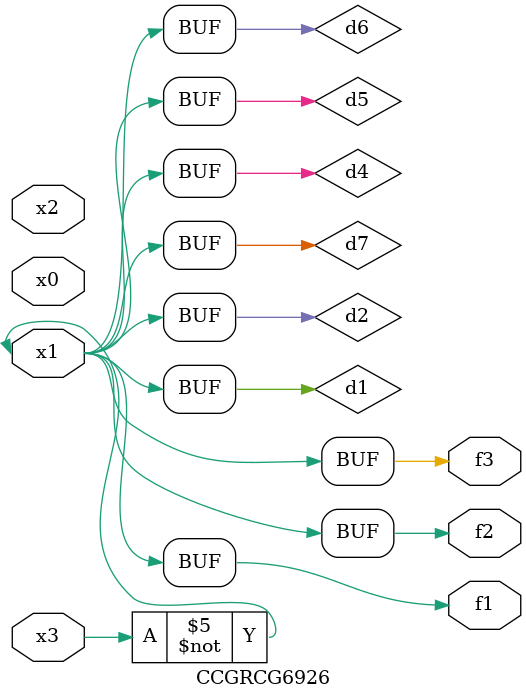
<source format=v>
module CCGRCG6926(
	input x0, x1, x2, x3,
	output f1, f2, f3
);

	wire d1, d2, d3, d4, d5, d6, d7;

	not (d1, x3);
	buf (d2, x1);
	xnor (d3, d1, d2);
	nor (d4, d1);
	buf (d5, d1, d2);
	buf (d6, d4, d5);
	nand (d7, d4);
	assign f1 = d6;
	assign f2 = d7;
	assign f3 = d6;
endmodule

</source>
